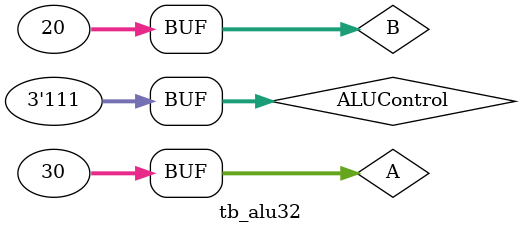
<source format=v>
module alu32 (A,B,ALUControl,Result,Zero);
input  [31:0] A;
input  [31:0] B;
input  [2:0]  ALUControl;
output reg [31:0] Result;
output Zero;
always @(*) begin
case (ALUControl)
3'b000: Result = A & B;          
3'b001: Result = A | B;       
3'b010: Result = A + B;         
3'b110: Result = A - B;  
3'b100: Result = A ^ B;     
3'b111: Result = (A < B) ? 32'd1 : 32'd0; 
default: Result = 32'd0;
endcase
end
assign Zero = (Result == 0) ? 1 : 0;
endmodule
////test bench ////
module tb_alu32();
reg  [31:0] A, B;
reg  [2:0]  ALUControl;
wire [31:0] Result;
wire Zero;
alu32 a1 (A,B,ALUControl,Result,Zero);
initial begin
A = 32'hF0F0F0F0; B = 32'h0F0F0F0F; ALUControl = 3'b000;
#10; 
ALUControl = 3'b001;
#10; 
A = 32'd10; B = 32'd25; ALUControl = 3'b010;
#10; 
A = 32'd100; B = 32'd40; ALUControl = 3'b110;
#10; 
A = 32'd50; B = 32'd50; ALUControl = 3'b110;
#10; 
A = 32'hAAAA5555; B = 32'h5555AAAA; ALUControl = 3'b100;
#10;
A = 32'd10; B = 32'd20; ALUControl = 3'b111;
#10;
A = 32'd30; B = 32'd20; ALUControl = 3'b111;   
end
endmodule

</source>
